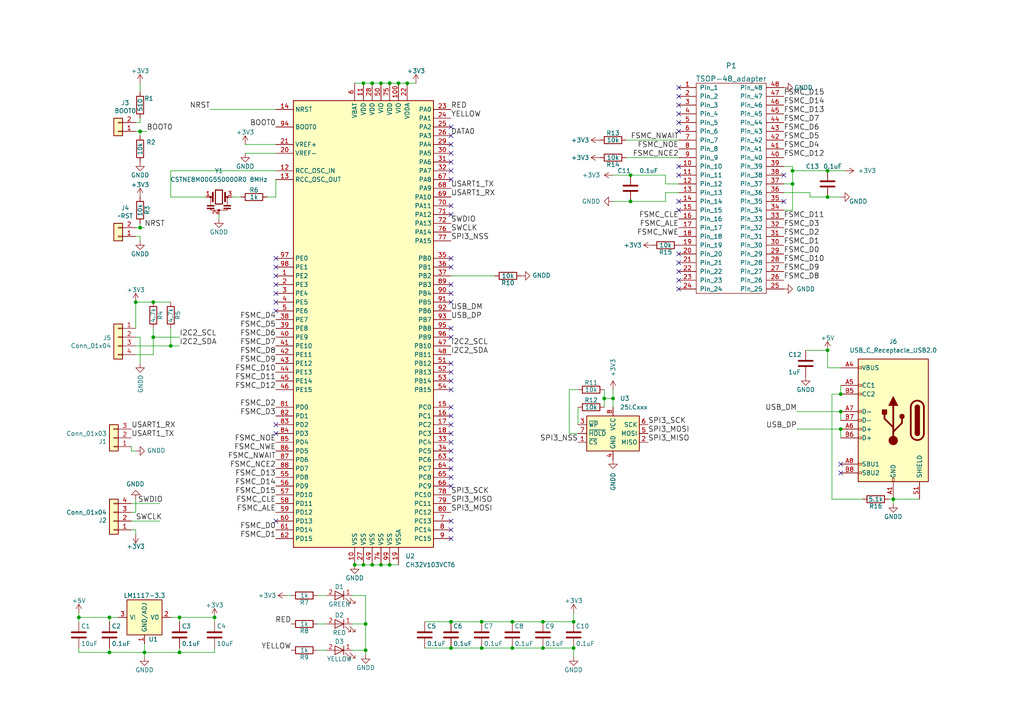
<source format=kicad_sch>
(kicad_sch (version 20211123) (generator eeschema)
  (paper "A4")
  (title_block (title "NANDO") (rev "v3.4"))
  (lib_symbols
    (symbol "Device:Resonator" (pin_names (offset 1.016) hide)
      (property "Reference" "Y" (at 0 5.715 0))
      (property "Value" "Resonator" (at 0 3.81 0))
      (symbol "Resonator_1_1"
        (pin passive line (at -3.81 0 0) (length 1.27) (name "1") (number "1"))
        (pin passive line (at 0 -5.08 90) (length 1.27) (name "2") (number "2"))
        (pin passive line (at 3.81 0 180) (length 1.27) (name "3") (number "3"))
      )
    )
    (symbol "Library:USB_C_Receptacle_USB2.0" (pin_names (offset 1.016))
      (property "Reference" "J?" (at 2.7178 22.0218 0))
      (property "Value" "USB_C_Receptacle_USB2.0" (at 2.7178 19.7104 0))
      (symbol "USB_C_Receptacle_USB2.0_1_1"
        (pin passive line (at 0 -22.86 90) (length 5.08) (name "GND") (number "A1"))
        (pin passive line (at 0 -22.86 90) (length 5.08) hide (name "GND") (number "A12"))
        (pin passive line (at 15.24 15.24 180) (length 5.08) (name "VBUS") (number "A4"))
        (pin bidirectional line (at 15.24 10.16 180) (length 5.08) (name "CC1") (number "A5"))
        (pin bidirectional line (at 15.24 -2.54 180) (length 5.08) (name "D+") (number "A6"))
        (pin bidirectional line (at 15.24 2.54 180) (length 5.08) (name "D-") (number "A7"))
        (pin bidirectional line (at 15.24 -12.7 180) (length 5.08) (name "SBU1") (number "A8"))
        (pin passive line (at 15.24 15.24 180) (length 5.08) hide (name "VBUS") (number "A9"))
        (pin passive line (at 0 -22.86 90) (length 5.08) hide (name "GND") (number "B1"))
        (pin passive line (at 0 -22.86 90) (length 5.08) hide (name "GND") (number "B12"))
        (pin passive line (at 15.24 15.24 180) (length 5.08) hide (name "VBUS") (number "B4"))
        (pin bidirectional line (at 15.24 7.62 180) (length 5.08) (name "CC2") (number "B5"))
        (pin bidirectional line (at 15.24 -5.08 180) (length 5.08) (name "D+") (number "B6"))
        (pin bidirectional line (at 15.24 0 180) (length 5.08) (name "D-") (number "B7"))
        (pin bidirectional line (at 15.24 -15.24 180) (length 5.08) (name "SBU2") (number "B8"))
        (pin passive line (at 15.24 15.24 180) (length 5.08) hide (name "VBUS") (number "B9"))
        (pin passive line (at -7.62 -22.86 90) (length 5.08) (name "SHIELD") (number "S1"))
      )
    )
    (symbol "MCU_ST_STM32F1:STM32F103VCTx"
      (property "Reference" "U?" (at 12.1794 -68.58 0))
      (property "Value" "CH32V103VCT6" (at 12.1794 -71.12 0))
      (symbol "STM32F103VCTx_1_1"
        (pin bidirectional line (at -25.4 12.7 0) (length 5.08) (name "PE2") (number "1"))
        (pin power_in line (at -2.54 -71.12 90) (length 5.08) (name "VSS") (number "10"))
        (pin power_in line (at 10.16 68.58 270) (length 5.08) (name "VIO") (number "100"))
        (pin power_in line (at 0 68.58 270) (length 5.08) (name "VDD") (number "11"))
        (pin input line (at -25.4 43.18 0) (length 5.08) (name "RCC_OSC_IN") (number "12"))
        (pin input line (at -25.4 40.64 0) (length 5.08) (name "RCC_OSC_OUT") (number "13"))
        (pin input line (at -25.4 60.96 0) (length 5.08) (name "NRST") (number "14"))
        (pin bidirectional line (at 25.4 -25.4 180) (length 5.08) (name "PC0") (number "15"))
        (pin bidirectional line (at 25.4 -27.94 180) (length 5.08) (name "PC1") (number "16"))
        (pin bidirectional line (at 25.4 -30.48 180) (length 5.08) (name "PC2") (number "17"))
        (pin bidirectional line (at 25.4 -33.02 180) (length 5.08) (name "PC3") (number "18"))
        (pin power_in line (at 10.16 -71.12 90) (length 5.08) (name "VSSA") (number "19"))
        (pin bidirectional line (at -25.4 10.16 0) (length 5.08) (name "PE3") (number "2"))
        (pin power_in line (at -25.4 48.26 0) (length 5.08) (name "VREF-") (number "20"))
        (pin power_in line (at -25.4 50.8 0) (length 5.08) (name "VREF+") (number "21"))
        (pin power_in line (at 12.7 68.58 270) (length 5.08) (name "VDDA") (number "22"))
        (pin bidirectional line (at 25.4 60.96 180) (length 5.08) (name "PA0") (number "23"))
        (pin bidirectional line (at 25.4 58.42 180) (length 5.08) (name "PA1") (number "24"))
        (pin bidirectional line (at 25.4 55.88 180) (length 5.08) (name "PA2") (number "25"))
        (pin bidirectional line (at 25.4 53.34 180) (length 5.08) (name "PA3") (number "26"))
        (pin power_in line (at 0 -71.12 90) (length 5.08) (name "VSS") (number "27"))
        (pin power_in line (at 2.54 68.58 270) (length 5.08) (name "VDD") (number "28"))
        (pin bidirectional line (at 25.4 50.8 180) (length 5.08) (name "PA4") (number "29"))
        (pin bidirectional line (at -25.4 7.62 0) (length 5.08) (name "PE4") (number "3"))
        (pin bidirectional line (at 25.4 48.26 180) (length 5.08) (name "PA5") (number "30"))
        (pin bidirectional line (at 25.4 45.72 180) (length 5.08) (name "PA6") (number "31"))
        (pin bidirectional line (at 25.4 43.18 180) (length 5.08) (name "PA7") (number "32"))
        (pin bidirectional line (at 25.4 -35.56 180) (length 5.08) (name "PC4") (number "33"))
        (pin bidirectional line (at 25.4 -38.1 180) (length 5.08) (name "PC5") (number "34"))
        (pin bidirectional line (at 25.4 17.78 180) (length 5.08) (name "PB0") (number "35"))
        (pin bidirectional line (at 25.4 15.24 180) (length 5.08) (name "PB1") (number "36"))
        (pin bidirectional line (at 25.4 12.7 180) (length 5.08) (name "PB2") (number "37"))
        (pin bidirectional line (at -25.4 0 0) (length 5.08) (name "PE7") (number "38"))
        (pin bidirectional line (at -25.4 -2.54 0) (length 5.08) (name "PE8") (number "39"))
        (pin bidirectional line (at -25.4 5.08 0) (length 5.08) (name "PE5") (number "4"))
        (pin bidirectional line (at -25.4 -5.08 0) (length 5.08) (name "PE9") (number "40"))
        (pin bidirectional line (at -25.4 -7.62 0) (length 5.08) (name "PE10") (number "41"))
        (pin bidirectional line (at -25.4 -10.16 0) (length 5.08) (name "PE11") (number "42"))
        (pin bidirectional line (at -25.4 -12.7 0) (length 5.08) (name "PE12") (number "43"))
        (pin bidirectional line (at -25.4 -15.24 0) (length 5.08) (name "PE13") (number "44"))
        (pin bidirectional line (at -25.4 -17.78 0) (length 5.08) (name "PE14") (number "45"))
        (pin bidirectional line (at -25.4 -20.32 0) (length 5.08) (name "PE15") (number "46"))
        (pin bidirectional line (at 25.4 -7.62 180) (length 5.08) (name "PB10") (number "47"))
        (pin bidirectional line (at 25.4 -10.16 180) (length 5.08) (name "PB11") (number "48"))
        (pin power_in line (at 2.54 -71.12 90) (length 5.08) (name "VSS") (number "49"))
        (pin bidirectional line (at -25.4 2.54 0) (length 5.08) (name "PE6") (number "5"))
        (pin power_in line (at 5.08 68.58 270) (length 5.08) (name "VIO") (number "50"))
        (pin bidirectional line (at 25.4 -12.7 180) (length 5.08) (name "PB12") (number "51"))
        (pin bidirectional line (at 25.4 -15.24 180) (length 5.08) (name "PB13") (number "52"))
        (pin bidirectional line (at 25.4 -17.78 180) (length 5.08) (name "PB14") (number "53"))
        (pin bidirectional line (at 25.4 -20.32 180) (length 5.08) (name "PB15") (number "54"))
        (pin bidirectional line (at -25.4 -45.72 0) (length 5.08) (name "PD8") (number "55"))
        (pin bidirectional line (at -25.4 -48.26 0) (length 5.08) (name "PD9") (number "56"))
        (pin bidirectional line (at -25.4 -50.8 0) (length 5.08) (name "PD10") (number "57"))
        (pin bidirectional line (at -25.4 -53.34 0) (length 5.08) (name "PD11") (number "58"))
        (pin bidirectional line (at -25.4 -55.88 0) (length 5.08) (name "PD12") (number "59"))
        (pin power_in line (at -2.54 68.58 270) (length 5.08) (name "VBAT") (number "6"))
        (pin bidirectional line (at -25.4 -58.42 0) (length 5.08) (name "PD13") (number "60"))
        (pin bidirectional line (at -25.4 -60.96 0) (length 5.08) (name "PD14") (number "61"))
        (pin bidirectional line (at -25.4 -63.5 0) (length 5.08) (name "PD15") (number "62"))
        (pin bidirectional line (at 25.4 -40.64 180) (length 5.08) (name "PC6") (number "63"))
        (pin bidirectional line (at 25.4 -43.18 180) (length 5.08) (name "PC7") (number "64"))
        (pin bidirectional line (at 25.4 -45.72 180) (length 5.08) (name "PC8") (number "65"))
        (pin bidirectional line (at 25.4 -48.26 180) (length 5.08) (name "PC9") (number "66"))
        (pin bidirectional line (at 25.4 40.64 180) (length 5.08) (name "PA8") (number "67"))
        (pin bidirectional line (at 25.4 38.1 180) (length 5.08) (name "PA9") (number "68"))
        (pin bidirectional line (at 25.4 35.56 180) (length 5.08) (name "PA10") (number "69"))
        (pin bidirectional line (at 25.4 -58.42 180) (length 5.08) (name "PC13") (number "7"))
        (pin bidirectional line (at 25.4 33.02 180) (length 5.08) (name "PA11") (number "70"))
        (pin bidirectional line (at 25.4 30.48 180) (length 5.08) (name "PA12") (number "71"))
        (pin bidirectional line (at 25.4 27.94 180) (length 5.08) (name "PA13") (number "72"))
        (pin no_connect line (at -20.32 -63.5 0) (length 5.08) hide (name "NC") (number "73"))
        (pin power_in line (at 5.08 -71.12 90) (length 5.08) (name "VSS") (number "74"))
        (pin power_in line (at 7.62 68.58 270) (length 5.08) (name "VDD") (number "75"))
        (pin bidirectional line (at 25.4 25.4 180) (length 5.08) (name "PA14") (number "76"))
        (pin bidirectional line (at 25.4 22.86 180) (length 5.08) (name "PA15") (number "77"))
        (pin bidirectional line (at 25.4 -50.8 180) (length 5.08) (name "PC10") (number "78"))
        (pin bidirectional line (at 25.4 -53.34 180) (length 5.08) (name "PC11") (number "79"))
        (pin bidirectional line (at 25.4 -60.96 180) (length 5.08) (name "PC14") (number "8"))
        (pin bidirectional line (at 25.4 -55.88 180) (length 5.08) (name "PC12") (number "80"))
        (pin bidirectional line (at -25.4 -25.4 0) (length 5.08) (name "PD0") (number "81"))
        (pin bidirectional line (at -25.4 -27.94 0) (length 5.08) (name "PD1") (number "82"))
        (pin bidirectional line (at -25.4 -30.48 0) (length 5.08) (name "PD2") (number "83"))
        (pin bidirectional line (at -25.4 -33.02 0) (length 5.08) (name "PD3") (number "84"))
        (pin bidirectional line (at -25.4 -35.56 0) (length 5.08) (name "PD4") (number "85"))
        (pin bidirectional line (at -25.4 -38.1 0) (length 5.08) (name "PD5") (number "86"))
        (pin bidirectional line (at -25.4 -40.64 0) (length 5.08) (name "PD6") (number "87"))
        (pin bidirectional line (at -25.4 -43.18 0) (length 5.08) (name "PD7") (number "88"))
        (pin bidirectional line (at 25.4 10.16 180) (length 5.08) (name "PB3") (number "89"))
        (pin bidirectional line (at 25.4 -63.5 180) (length 5.08) (name "PC15") (number "9"))
        (pin bidirectional line (at 25.4 7.62 180) (length 5.08) (name "PB4") (number "90"))
        (pin bidirectional line (at 25.4 5.08 180) (length 5.08) (name "PB5") (number "91"))
        (pin bidirectional line (at 25.4 2.54 180) (length 5.08) (name "PB6") (number "92"))
        (pin bidirectional line (at 25.4 0 180) (length 5.08) (name "PB7") (number "93"))
        (pin input line (at -25.4 55.88 0) (length 5.08) (name "BOOT0") (number "94"))
        (pin bidirectional line (at 25.4 -2.54 180) (length 5.08) (name "PB8") (number "95"))
        (pin bidirectional line (at 25.4 -5.08 180) (length 5.08) (name "PB9") (number "96"))
        (pin bidirectional line (at -25.4 17.78 0) (length 5.08) (name "PE0") (number "97"))
        (pin bidirectional line (at -25.4 15.24 0) (length 5.08) (name "PE1") (number "98"))
        (pin power_in line (at 7.62 -71.12 90) (length 5.08) (name "VSS") (number "99"))
      )
    )
    (symbol "Memory_EEPROM:25LCxxx"
      (property "Reference" "U" (at -7.62 6.35 0))
      (property "Value" "25LCxxx" (at 2.54 -6.35 0))
      (symbol "25LCxxx_1_1"
        (pin input line (at -10.16 -2.54 0) (length 2.54) (name "~{CS}") (number "1"))
        (pin tri_state line (at 10.16 -2.54 180) (length 2.54) (name "MISO") (number "2"))
        (pin input line (at -10.16 2.54 0) (length 2.54) (name "~{WP}") (number "3"))
        (pin power_in line (at 0 -7.62 90) (length 2.54) (name "GND") (number "4"))
        (pin input line (at 10.16 0 180) (length 2.54) (name "MOSI") (number "5"))
        (pin input line (at 10.16 2.54 180) (length 2.54) (name "SCK") (number "6"))
        (pin input line (at -10.16 0 0) (length 2.54) (name "~{HOLD}") (number "7"))
        (pin power_in line (at 0 7.62 270) (length 2.54) (name "VCC") (number "8"))
      )
    )
    (symbol "nand_programmator:+3.3V" (power) (pin_names (offset 0))
      (property "Value" "+3.3V" (at 0 3.556 0))
      (symbol "+3.3V_1_1"
        (pin power_in line (at 0 0 90) (length 0) hide (name "+3V3") (number "1"))
      )
    )
    (symbol "nand_programmator:+5V" (power) (pin_names (offset 0))
      (property "Value" "+5V" (at 0 3.556 0))
      (symbol "+5V_1_1"
        (pin power_in line (at 0 0 90) (length 0) hide (name "+5V") (number "1"))
      )
    )
    (symbol "nand_programmator:C" (pin_numbers hide) (pin_names (offset 0.254))
      (property "Reference" "C" (at 0.635 2.54 0))
      (property "Value" "C" (at 0.635 -2.54 0))
      (symbol "C_1_1"
        (pin passive line (at 0 3.81 270) (length 2.794) (name "~") (number "1"))
        (pin passive line (at 0 -3.81 90) (length 2.794) (name "~") (number "2"))
      )
    )
    (symbol "nand_programmator:Conn_01x02" (pin_names (offset 1.016) hide)
      (property "Reference" "J" (at 0 2.54 0))
      (property "Value" "Conn_01x02" (at 0 -5.08 0))
      (symbol "Conn_01x02_1_1"
        (pin passive line (at -5.08 0 0) (length 3.81) (name "Pin_1") (number "1"))
        (pin passive line (at -5.08 -2.54 0) (length 3.81) (name "Pin_2") (number "2"))
      )
    )
    (symbol "nand_programmator:Conn_01x03" (pin_names (offset 1.016) hide)
      (property "Reference" "J" (at 0 5.08 0))
      (property "Value" "Conn_01x03" (at 0 -5.08 0))
      (symbol "Conn_01x03_1_1"
        (pin passive line (at -5.08 2.54 0) (length 3.81) (name "Pin_1") (number "1"))
        (pin passive line (at -5.08 0 0) (length 3.81) (name "Pin_2") (number "2"))
        (pin passive line (at -5.08 -2.54 0) (length 3.81) (name "Pin_3") (number "3"))
      )
    )
    (symbol "nand_programmator:Conn_01x04" (pin_names (offset 1.016) hide)
      (property "Reference" "J" (at 0 5.08 0))
      (property "Value" "Conn_01x04" (at 0 -7.62 0))
      (symbol "Conn_01x04_1_1"
        (pin passive line (at -5.08 2.54 0) (length 3.81) (name "Pin_1") (number "1"))
        (pin passive line (at -5.08 0 0) (length 3.81) (name "Pin_2") (number "2"))
        (pin passive line (at -5.08 -2.54 0) (length 3.81) (name "Pin_3") (number "3"))
        (pin passive line (at -5.08 -5.08 0) (length 3.81) (name "Pin_4") (number "4"))
      )
    )
    (symbol "nand_programmator:GNDD" (power) (pin_names (offset 0))
      (property "Value" "GNDD" (at 0 -3.81 0))
      (symbol "GNDD_1_1"
        (pin power_in line (at 0 0 270) (length 0) hide (name "GNDD") (number "1"))
      )
    )
    (symbol "nand_programmator:LED" (pin_names (offset 1.016) hide)
      (property "Reference" "D" (at 0 2.54 0))
      (property "Value" "LED" (at 0 -2.54 0))
      (symbol "LED_1_1"
        (pin passive line (at -3.81 0 0) (length 2.54) (name "K") (number "1"))
        (pin passive line (at 3.81 0 180) (length 2.54) (name "A") (number "2"))
      )
    )
    (symbol "nand_programmator:LM1117-3.3" (pin_names (offset 0.762))
      (property "Reference" "U" (at 2.54 -6.35 0))
      (property "Value" "LM1117-3.3" (at 0 6.35 0))
      (symbol "LM1117-3.3_1_1"
        (pin power_in line (at 0 -7.62 90) (length 2.54) (name "GND/ADJ") (number "1"))
        (pin power_out line (at 7.62 0 180) (length 2.54) (name "VO") (number "2"))
        (pin power_in line (at -7.62 0 0) (length 2.54) (name "VI") (number "3"))
        (pin power_out line (at 7.62 0 180) (length 2.54) hide (name "VO") (number "4"))
      )
    )
    (symbol "nand_programmator:R" (pin_numbers hide) (pin_names (offset 0))
      (property "Reference" "R" (at 2.032 0 90))
      (property "Value" "R" (at 0 0 90))
      (symbol "R_1_1"
        (pin passive line (at 0 3.81 270) (length 1.27) (name "~") (number "1"))
        (pin passive line (at 0 -3.81 90) (length 1.27) (name "~") (number "2"))
      )
    )
    (symbol "nand_programmator:TSOP-48_adapter" (pin_names (offset 1.016))
      (property "Reference" "P" (at 0 -43.18 0))
      (property "Value" "TSOP-48_adapter" (at 0 21.59 0))
      (symbol "TSOP-48_adapter_1_1"
        (pin passive line (at -15.24 17.78 0) (length 5.08) (name "Pin_1") (number "1"))
        (pin passive line (at -15.24 -5.08 0) (length 5.08) (name "Pin_10") (number "10"))
        (pin passive line (at -15.24 -7.62 0) (length 5.08) (name "Pin_11") (number "11"))
        (pin passive line (at -15.24 -10.16 0) (length 5.08) (name "Pin_12") (number "12"))
        (pin passive line (at -15.24 -12.7 0) (length 5.08) (name "Pin_13") (number "13"))
        (pin passive line (at -15.24 -15.24 0) (length 5.08) (name "Pin_14") (number "14"))
        (pin passive line (at -15.24 -17.78 0) (length 5.08) (name "Pin_15") (number "15"))
        (pin passive line (at -15.24 -20.32 0) (length 5.08) (name "Pin_16") (number "16"))
        (pin passive line (at -15.24 -22.86 0) (length 5.08) (name "Pin_17") (number "17"))
        (pin passive line (at -15.24 -25.4 0) (length 5.08) (name "Pin_18") (number "18"))
        (pin passive line (at -15.24 -27.94 0) (length 5.08) (name "Pin_19") (number "19"))
        (pin passive line (at -15.24 15.24 0) (length 5.08) (name "Pin_2") (number "2"))
        (pin passive line (at -15.24 -30.48 0) (length 5.08) (name "Pin_20") (number "20"))
        (pin passive line (at -15.24 -33.02 0) (length 5.08) (name "Pin_21") (number "21"))
        (pin passive line (at -15.24 -35.56 0) (length 5.08) (name "Pin_22") (number "22"))
        (pin passive line (at -15.24 -38.1 0) (length 5.08) (name "Pin_23") (number "23"))
        (pin passive line (at -15.24 -40.64 0) (length 5.08) (name "Pin_24") (number "24"))
        (pin passive line (at 15.24 -40.64 180) (length 5.08) (name "Pin_25") (number "25"))
        (pin passive line (at 15.24 -38.1 180) (length 5.08) (name "Pin_26") (number "26"))
        (pin passive line (at 15.24 -35.56 180) (length 5.08) (name "Pin_27") (number "27"))
        (pin passive line (at 15.24 -33.02 180) (length 5.08) (name "Pin_28") (number "28"))
        (pin passive line (at 15.24 -30.48 180) (length 5.08) (name "Pin_29") (number "29"))
        (pin passive line (at -15.24 12.7 0) (length 5.08) (name "Pin_3") (number "3"))
        (pin passive line (at 15.24 -27.94 180) (length 5.08) (name "Pin_30") (number "30"))
        (pin passive line (at 15.24 -25.4 180) (length 5.08) (name "Pin_31") (number "31"))
        (pin passive line (at 15.24 -22.86 180) (length 5.08) (name "Pin_32") (number "32"))
        (pin passive line (at 15.24 -20.32 180) (length 5.08) (name "Pin_33") (number "33"))
        (pin passive line (at 15.24 -17.78 180) (length 5.08) (name "Pin_34") (number "34"))
        (pin passive line (at 15.24 -15.24 180) (length 5.08) (name "Pin_35") (number "35"))
        (pin passive line (at 15.24 -12.7 180) (length 5.08) (name "Pin_36") (number "36"))
        (pin passive line (at 15.24 -10.16 180) (length 5.08) (name "Pin_37") (number "37"))
        (pin passive line (at 15.24 -7.62 180) (length 5.08) (name "Pin_38") (number "38"))
        (pin passive line (at 15.24 -5.08 180) (length 5.08) (name "Pin_39") (number "39"))
        (pin passive line (at -15.24 10.16 0) (length 5.08) (name "Pin_4") (number "4"))
        (pin passive line (at 15.24 -2.54 180) (length 5.08) (name "Pin_40") (number "40"))
        (pin passive line (at 15.24 0 180) (length 5.08) (name "Pin_41") (number "41"))
        (pin passive line (at 15.24 2.54 180) (length 5.08) (name "Pin_42") (number "42"))
        (pin passive line (at 15.24 5.08 180) (length 5.08) (name "Pin_43") (number "43"))
        (pin passive line (at 15.24 7.62 180) (length 5.08) (name "Pin_44") (number "44"))
        (pin passive line (at 15.24 10.16 180) (length 5.08) (name "Pin_45") (number "45"))
        (pin passive line (at 15.24 12.7 180) (length 5.08) (name "Pin_46") (number "46"))
        (pin passive line (at 15.24 15.24 180) (length 5.08) (name "Pin_47") (number "47"))
        (pin passive line (at 15.24 17.78 180) (length 5.08) (name "Pin_48") (number "48"))
        (pin passive line (at -15.24 7.62 0) (length 5.08) (name "Pin_5") (number "5"))
        (pin passive line (at -15.24 5.08 0) (length 5.08) (name "Pin_6") (number "6"))
        (pin passive line (at -15.24 2.54 0) (length 5.08) (name "Pin_7") (number "7"))
        (pin passive line (at -15.24 0 0) (length 5.08) (name "Pin_8") (number "8"))
        (pin passive line (at -15.24 -2.54 0) (length 5.08) (name "Pin_9") (number "9"))
      )
    )
  )
  (junction (at 148.59 180.34))
  (junction (at 139.7 180.34))
  (junction (at 110.49 24.13))
  (junction (at 62.23 179.07))
  (junction (at 105.41 24.13))
  (junction (at 110.49 163.83))
  (junction (at 41.91 189.23))
  (junction (at 31.75 179.07))
  (junction (at 22.86 179.07))
  (junction (at 102.87 163.83))
  (junction (at 182.88 58.42))
  (junction (at 157.48 180.34))
  (junction (at 115.57 24.13))
  (junction (at 39.37 87.63))
  (junction (at 106.045 188.595))
  (junction (at 44.45 97.79))
  (junction (at 113.03 24.13))
  (junction (at 130.81 187.96))
  (junction (at 139.7 187.96))
  (junction (at 130.81 180.34))
  (junction (at 229.87 49.53))
  (junction (at 148.59 187.96))
  (junction (at 243.84 124.46))
  (junction (at 240.03 49.53))
  (junction (at 243.84 119.38))
  (junction (at 229.87 53.34))
  (junction (at 177.8 115.57))
  (junction (at 44.45 87.63))
  (junction (at 166.37 187.96))
  (junction (at 175.26 115.57))
  (junction (at 113.03 163.83))
  (junction (at 107.95 24.13))
  (junction (at 107.95 163.83))
  (junction (at 40.64 38.1))
  (junction (at 52.07 189.23))
  (junction (at 243.84 114.3))
  (junction (at 31.75 189.23))
  (junction (at 240.03 101.6))
  (junction (at 49.53 100.33))
  (junction (at 118.11 24.13))
  (junction (at 105.41 163.83))
  (junction (at 240.03 57.15))
  (junction (at 106.045 180.975))
  (junction (at 259.08 144.78))
  (junction (at 157.48 187.96))
  (junction (at 182.88 50.8))
  (junction (at 40.64 66.04))
  (junction (at 166.37 180.34))
  (junction (at 52.07 179.07))
  (no_connect (at 196.85 48.26))
  (no_connect (at 130.81 120.65))
  (no_connect (at 130.81 105.41))
  (no_connect (at 130.81 46.99))
  (no_connect (at 130.81 41.91))
  (no_connect (at 130.81 74.93))
  (no_connect (at 196.85 35.56))
  (no_connect (at 130.81 52.07))
  (no_connect (at 196.85 78.74))
  (no_connect (at 130.81 85.09))
  (no_connect (at 196.85 58.42))
  (no_connect (at 80.01 82.55))
  (no_connect (at 227.33 50.8))
  (no_connect (at 196.85 33.02))
  (no_connect (at 196.85 76.2))
  (no_connect (at 80.01 125.73))
  (no_connect (at 130.81 140.97))
  (no_connect (at 196.85 50.8))
  (no_connect (at 130.81 125.73))
  (no_connect (at 80.01 80.01))
  (no_connect (at 243.84 134.62))
  (no_connect (at 80.01 77.47))
  (no_connect (at 130.81 77.47))
  (no_connect (at 130.81 87.63))
  (no_connect (at 130.81 107.95))
  (no_connect (at 130.81 62.23))
  (no_connect (at 80.01 90.17))
  (no_connect (at 80.01 151.13))
  (no_connect (at 130.81 44.45))
  (no_connect (at 243.84 137.16))
  (no_connect (at 130.81 39.37))
  (no_connect (at 130.81 36.83))
  (no_connect (at 130.81 118.11))
  (no_connect (at 130.81 59.69))
  (no_connect (at 196.85 60.96))
  (no_connect (at 130.81 49.53))
  (no_connect (at 196.85 25.4))
  (no_connect (at 196.85 38.1))
  (no_connect (at 196.85 83.82))
  (no_connect (at 196.85 73.66))
  (no_connect (at 130.81 138.43))
  (no_connect (at 130.81 151.13))
  (no_connect (at 130.81 133.35))
  (no_connect (at 130.81 128.27))
  (no_connect (at 130.81 130.81))
  (no_connect (at 130.81 97.79))
  (no_connect (at 130.81 95.25))
  (no_connect (at 130.81 110.49))
  (no_connect (at 130.81 113.03))
  (no_connect (at 130.81 156.21))
  (no_connect (at 130.81 153.67))
  (no_connect (at 130.81 135.89))
  (no_connect (at 80.01 74.93))
  (no_connect (at 80.01 123.19))
  (no_connect (at 80.01 85.09))
  (no_connect (at 227.33 58.42))
  (no_connect (at 196.85 30.48))
  (no_connect (at 130.81 123.19))
  (no_connect (at 196.85 81.28))
  (no_connect (at 80.01 87.63))
  (no_connect (at 130.81 82.55))
  (no_connect (at 196.85 27.94))
  (wire (pts (xy 39.37 144.78) (xy 39.37 148.59)))
  (wire (pts (xy 182.88 50.8) (xy 177.8 50.8)))
  (wire (pts (xy 229.87 53.34) (xy 229.87 49.53)))
  (wire (pts (xy 83.185 172.72) (xy 84.455 172.72)))
  (wire (pts (xy 92.075 172.72) (xy 94.615 172.72)))
  (wire (pts (xy 106.045 188.595) (xy 106.045 189.865)))
  (wire (pts (xy 52.07 189.23) (xy 62.23 189.23)))
  (wire (pts (xy 40.64 34.29) (xy 40.64 35.56)))
  (wire (pts (xy 49.53 57.15) (xy 59.69 57.15)))
  (wire (pts (xy 40.64 66.04) (xy 40.64 64.77)))
  (wire (pts (xy 105.41 24.13) (xy 107.95 24.13)))
  (wire (pts (xy 39.37 87.63) (xy 39.37 95.25)))
  (wire (pts (xy 193.04 53.34) (xy 193.04 50.8)))
  (wire (pts (xy 130.81 80.01) (xy 143.51 80.01)))
  (wire (pts (xy 41.91 186.69) (xy 41.91 189.23)))
  (wire (pts (xy 181.61 45.72) (xy 196.85 45.72)))
  (wire (pts (xy 227.33 53.34) (xy 229.87 53.34)))
  (wire (pts (xy 175.26 115.57) (xy 177.8 115.57)))
  (wire (pts (xy 243.84 106.68) (xy 240.03 106.68)))
  (wire (pts (xy 63.5 62.23) (xy 63.5 63.5)))
  (wire (pts (xy 92.075 180.975) (xy 94.615 180.975)))
  (wire (pts (xy 40.64 35.56) (xy 39.37 35.56)))
  (wire (pts (xy 229.87 49.53) (xy 229.87 48.26)))
  (wire (pts (xy 39.37 153.67) (xy 38.1 153.67)))
  (wire (pts (xy 182.88 58.42) (xy 177.8 58.42)))
  (wire (pts (xy 139.7 180.34) (xy 148.59 180.34)))
  (wire (pts (xy 175.26 113.03) (xy 175.26 115.57)))
  (wire (pts (xy 106.045 172.72) (xy 106.045 180.975)))
  (wire (pts (xy 118.11 24.13) (xy 120.65 24.13)))
  (wire (pts (xy 175.26 115.57) (xy 175.26 118.11)))
  (wire (pts (xy 167.64 113.03) (xy 165.1 113.03)))
  (wire (pts (xy 49.53 179.07) (xy 52.07 179.07)))
  (wire (pts (xy 44.45 97.79) (xy 52.07 97.79)))
  (wire (pts (xy 41.91 189.23) (xy 52.07 189.23)))
  (wire (pts (xy 243.84 119.38) (xy 243.84 121.92)))
  (wire (pts (xy 49.53 100.33) (xy 52.07 100.33)))
  (wire (pts (xy 49.53 49.53) (xy 49.53 57.15)))
  (wire (pts (xy 39.37 38.1) (xy 40.64 38.1)))
  (wire (pts (xy 22.86 187.96) (xy 22.86 189.23)))
  (wire (pts (xy 102.87 163.83) (xy 105.41 163.83)))
  (wire (pts (xy 40.64 68.58) (xy 40.64 69.85)))
  (wire (pts (xy 259.08 144.78) (xy 266.7 144.78)))
  (wire (pts (xy 148.59 180.34) (xy 157.48 180.34)))
  (wire (pts (xy 52.07 180.34) (xy 52.07 179.07)))
  (wire (pts (xy 22.86 179.07) (xy 31.75 179.07)))
  (wire (pts (xy 71.12 44.45) (xy 80.01 44.45)))
  (wire (pts (xy 243.84 114.3) (xy 241.3 114.3)))
  (wire (pts (xy 229.87 48.26) (xy 227.33 48.26)))
  (wire (pts (xy 52.07 179.07) (xy 62.23 179.07)))
  (wire (pts (xy 177.8 113.03) (xy 177.8 115.57)))
  (wire (pts (xy 165.1 125.73) (xy 167.64 125.73)))
  (wire (pts (xy 241.3 144.78) (xy 250.19 144.78)))
  (wire (pts (xy 234.95 57.15) (xy 234.95 55.88)))
  (wire (pts (xy 38.1 130.81) (xy 38.1 129.54)))
  (wire (pts (xy 44.45 87.63) (xy 49.53 87.63)))
  (wire (pts (xy 40.64 97.79) (xy 40.64 105.41)))
  (wire (pts (xy 42.545 38.1) (xy 40.64 38.1)))
  (wire (pts (xy 257.81 144.78) (xy 259.08 144.78)))
  (wire (pts (xy 107.95 24.13) (xy 110.49 24.13)))
  (wire (pts (xy 110.49 163.83) (xy 113.03 163.83)))
  (wire (pts (xy 234.95 55.88) (xy 227.33 55.88)))
  (wire (pts (xy 243.84 119.38) (xy 231.14 119.38)))
  (wire (pts (xy 39.37 87.63) (xy 44.45 87.63)))
  (wire (pts (xy 44.45 95.25) (xy 44.45 97.79)))
  (wire (pts (xy 67.31 57.15) (xy 69.85 57.15)))
  (wire (pts (xy 39.37 100.33) (xy 49.53 100.33)))
  (wire (pts (xy 130.81 180.34) (xy 139.7 180.34)))
  (wire (pts (xy 105.41 163.83) (xy 107.95 163.83)))
  (wire (pts (xy 113.03 163.83) (xy 115.57 163.83)))
  (wire (pts (xy 80.01 49.53) (xy 49.53 49.53)))
  (wire (pts (xy 107.95 163.83) (xy 110.49 163.83)))
  (wire (pts (xy 39.37 68.58) (xy 40.64 68.58)))
  (wire (pts (xy 39.37 148.59) (xy 38.1 148.59)))
  (wire (pts (xy 110.49 24.13) (xy 113.03 24.13)))
  (wire (pts (xy 196.85 55.88) (xy 193.04 55.88)))
  (wire (pts (xy 233.68 101.6) (xy 240.03 101.6)))
  (wire (pts (xy 49.53 95.25) (xy 49.53 100.33)))
  (wire (pts (xy 157.48 180.34) (xy 166.37 180.34)))
  (wire (pts (xy 243.84 124.46) (xy 243.84 127)))
  (wire (pts (xy 240.03 101.6) (xy 240.03 106.68)))
  (wire (pts (xy 139.7 187.96) (xy 148.59 187.96)))
  (wire (pts (xy 62.23 179.07) (xy 62.23 180.34)))
  (wire (pts (xy 46.355 151.13) (xy 38.1 151.13)))
  (wire (pts (xy 166.37 187.96) (xy 166.37 190.5)))
  (wire (pts (xy 193.04 58.42) (xy 182.88 58.42)))
  (wire (pts (xy 148.59 187.96) (xy 157.48 187.96)))
  (wire (pts (xy 229.87 60.96) (xy 229.87 53.34)))
  (wire (pts (xy 165.1 113.03) (xy 165.1 125.73)))
  (wire (pts (xy 39.37 130.81) (xy 38.1 130.81)))
  (wire (pts (xy 102.235 180.975) (xy 106.045 180.975)))
  (wire (pts (xy 39.37 154.94) (xy 39.37 153.67)))
  (wire (pts (xy 31.75 187.96) (xy 31.75 189.23)))
  (wire (pts (xy 31.75 179.07) (xy 34.29 179.07)))
  (wire (pts (xy 245.11 49.53) (xy 240.03 49.53)))
  (wire (pts (xy 46.355 146.05) (xy 38.1 146.05)))
  (wire (pts (xy 231.14 124.46) (xy 243.84 124.46)))
  (wire (pts (xy 102.235 188.595) (xy 106.045 188.595)))
  (wire (pts (xy 31.75 189.23) (xy 41.91 189.23)))
  (wire (pts (xy 166.37 180.34) (xy 166.37 177.8)))
  (wire (pts (xy 41.91 66.04) (xy 40.64 66.04)))
  (wire (pts (xy 240.03 49.53) (xy 229.87 49.53)))
  (wire (pts (xy 259.08 144.78) (xy 259.08 146.05)))
  (wire (pts (xy 60.96 31.75) (xy 80.01 31.75)))
  (wire (pts (xy 240.03 57.15) (xy 234.95 57.15)))
  (wire (pts (xy 22.86 177.8) (xy 22.86 179.07)))
  (wire (pts (xy 130.81 187.96) (xy 139.7 187.96)))
  (wire (pts (xy 123.19 187.96) (xy 130.81 187.96)))
  (wire (pts (xy 39.37 97.79) (xy 40.64 97.79)))
  (wire (pts (xy 102.87 24.13) (xy 105.41 24.13)))
  (wire (pts (xy 92.075 188.595) (xy 94.615 188.595)))
  (wire (pts (xy 123.19 180.34) (xy 130.81 180.34)))
  (wire (pts (xy 227.33 60.96) (xy 229.87 60.96)))
  (wire (pts (xy 22.86 179.07) (xy 22.86 180.34)))
  (wire (pts (xy 77.47 57.15) (xy 80.01 57.15)))
  (wire (pts (xy 181.61 40.64) (xy 196.85 40.64)))
  (wire (pts (xy 102.235 172.72) (xy 106.045 172.72)))
  (wire (pts (xy 44.45 102.87) (xy 44.45 97.79)))
  (wire (pts (xy 243.84 111.76) (xy 243.84 114.3)))
  (wire (pts (xy 243.84 57.15) (xy 240.03 57.15)))
  (wire (pts (xy 22.86 189.23) (xy 31.75 189.23)))
  (wire (pts (xy 41.91 189.23) (xy 41.91 190.5)))
  (wire (pts (xy 167.64 118.11) (xy 167.64 123.19)))
  (wire (pts (xy 193.04 50.8) (xy 182.88 50.8)))
  (wire (pts (xy 196.85 53.34) (xy 193.04 53.34)))
  (wire (pts (xy 113.03 24.13) (xy 115.57 24.13)))
  (wire (pts (xy 193.04 55.88) (xy 193.04 58.42)))
  (wire (pts (xy 80.01 52.07) (xy 80.01 57.15)))
  (wire (pts (xy 39.37 102.87) (xy 44.45 102.87)))
  (wire (pts (xy 157.48 187.96) (xy 166.37 187.96)))
  (wire (pts (xy 31.75 179.07) (xy 31.75 180.34)))
  (wire (pts (xy 177.8 115.57) (xy 177.8 118.11)))
  (wire (pts (xy 39.37 66.04) (xy 40.64 66.04)))
  (wire (pts (xy 241.3 114.3) (xy 241.3 144.78)))
  (wire (pts (xy 71.12 41.91) (xy 80.01 41.91)))
  (wire (pts (xy 115.57 24.13) (xy 118.11 24.13)))
  (wire (pts (xy 40.64 24.13) (xy 40.64 26.67)))
  (wire (pts (xy 62.23 189.23) (xy 62.23 187.96)))
  (wire (pts (xy 106.045 180.975) (xy 106.045 188.595)))
  (wire (pts (xy 40.64 38.1) (xy 40.64 39.37)))
  (wire (pts (xy 52.07 189.23) (xy 52.07 187.96)))
  (label "FSMC_D12" (at 227.33 45.72 0) (effects (font (size 1.524 1.524))))
  (label "FSMC_D13" (at 80.01 138.43 180) (effects (font (size 1.524 1.524))))
  (label "FSMC_D13" (at 227.33 33.02 0) (effects (font (size 1.524 1.524))))
  (label "FSMC_ALE" (at 80.01 148.59 180) (effects (font (size 1.524 1.524))))
  (label "FSMC_D11" (at 80.01 110.49 180) (effects (font (size 1.524 1.524))))
  (label "USART1_TX" (at 38.1 127 0) (effects (font (size 1.524 1.524))))
  (label "FSMC_D15" (at 80.01 143.51 180) (effects (font (size 1.524 1.524))))
  (label "USART1_RX" (at 130.81 57.15 0) (effects (font (size 1.524 1.524))))
  (label "FSMC_D0" (at 227.33 73.66 0) (effects (font (size 1.524 1.524))))
  (label "FSMC_D3" (at 80.01 120.65 180) (effects (font (size 1.524 1.524))))
  (label "FSMC_D4" (at 227.33 43.18 0) (effects (font (size 1.524 1.524))))
  (label "USART1_TX" (at 130.81 54.61 0) (effects (font (size 1.524 1.524))))
  (label "FSMC_D10" (at 80.01 107.95 180) (effects (font (size 1.524 1.524))))
  (label "YELLOW" (at 130.81 34.29 0) (effects (font (size 1.524 1.524))))
  (label "FSMC_NWE" (at 80.01 130.81 180) (effects (font (size 1.524 1.524))))
  (label "FSMC_NWE" (at 196.85 68.58 180) (effects (font (size 1.524 1.524))))
  (label "FSMC_D8" (at 80.01 102.87 180) (effects (font (size 1.524 1.524))))
  (label "USB_DP" (at 231.14 124.46 180) (effects (font (size 1.524 1.524))))
  (label "YELLOW" (at 84.455 188.595 180) (effects (font (size 1.524 1.524))))
  (label "I2C2_SCL" (at 130.81 100.33 0) (effects (font (size 1.524 1.524))))
  (label "FSMC_D0" (at 80.01 153.67 180) (effects (font (size 1.524 1.524))))
  (label "FSMC_D15" (at 227.33 27.94 0) (effects (font (size 1.524 1.524))))
  (label "FSMC_NWAIT" (at 80.01 133.35 180) (effects (font (size 1.524 1.524))))
  (label "FSMC_NOE" (at 80.01 128.27 180) (effects (font (size 1.524 1.524))))
  (label "FSMC_D11" (at 227.33 63.5 0) (effects (font (size 1.524 1.524))))
  (label "FSMC_D10" (at 227.33 76.2 0) (effects (font (size 1.524 1.524))))
  (label "USART1_RX" (at 38.1 124.46 0) (effects (font (size 1.524 1.524))))
  (label "FSMC_D6" (at 227.33 38.1 0) (effects (font (size 1.524 1.524))))
  (label "SPI3_NSS" (at 130.81 69.85 0) (effects (font (size 1.524 1.524))))
  (label "FSMC_D1" (at 227.33 71.12 0) (effects (font (size 1.524 1.524))))
  (label "SPI3_MISO" (at 130.81 146.05 0) (effects (font (size 1.524 1.524))))
  (label "SWDIO" (at 40.005 146.05 0) (effects (font (size 1.524 1.524))))
  (label "USB_DP" (at 130.81 92.71 0) (effects (font (size 1.524 1.524))))
  (label "USB_DM" (at 130.81 90.17 0) (effects (font (size 1.524 1.524))))
  (label "FSMC_ALE" (at 196.85 66.04 180) (effects (font (size 1.524 1.524))))
  (label "FSMC_D14" (at 80.01 140.97 180) (effects (font (size 1.524 1.524))))
  (label "FSMC_NOE" (at 196.85 43.18 180) (effects (font (size 1.524 1.524))))
  (label "SPI3_MISO" (at 187.96 128.27 0) (effects (font (size 1.524 1.524))))
  (label "NRST" (at 60.96 31.75 180) (effects (font (size 1.524 1.524))))
  (label "FSMC_D2" (at 80.01 118.11 180) (effects (font (size 1.524 1.524))))
  (label "SPI3_MOSI" (at 130.81 148.59 0) (effects (font (size 1.524 1.524))))
  (label "FSMC_D14" (at 227.33 30.48 0) (effects (font (size 1.524 1.524))))
  (label "SPI3_SCK" (at 130.81 143.51 0) (effects (font (size 1.524 1.524))))
  (label "SWCLK" (at 39.37 151.13 0) (effects (font (size 1.524 1.524))))
  (label "BOOT0" (at 42.545 38.1 0) (effects (font (size 1.524 1.524))))
  (label "FSMC_D7" (at 227.33 35.56 0) (effects (font (size 1.524 1.524))))
  (label "FSMC_D4" (at 80.01 92.71 180) (effects (font (size 1.524 1.524))))
  (label "FSMC_D7" (at 80.01 100.33 180) (effects (font (size 1.524 1.524))))
  (label "NRST" (at 41.91 66.04 0) (effects (font (size 1.524 1.524))))
  (label "FSMC_NCE2" (at 80.01 135.89 180) (effects (font (size 1.524 1.524))))
  (label "FSMC_D5" (at 80.01 95.25 180) (effects (font (size 1.524 1.524))))
  (label "SPI3_MOSI" (at 187.96 125.73 0) (effects (font (size 1.524 1.524))))
  (label "FSMC_D9" (at 227.33 78.74 0) (effects (font (size 1.524 1.524))))
  (label "SWCLK" (at 130.81 67.31 0) (effects (font (size 1.524 1.524))))
  (label "RED" (at 84.455 180.975 180) (effects (font (size 1.524 1.524))))
  (label "FSMC_D8" (at 227.33 81.28 0) (effects (font (size 1.524 1.524))))
  (label "FSMC_D1" (at 80.01 156.21 180) (effects (font (size 1.524 1.524))))
  (label "I2C2_SDA" (at 52.07 100.33 0) (effects (font (size 1.524 1.524))))
  (label "USB_DM" (at 231.14 119.38 180) (effects (font (size 1.524 1.524))))
  (label "I2C2_SDA" (at 130.81 102.87 0) (effects (font (size 1.524 1.524))))
  (label "FSMC_D12" (at 80.01 113.03 180) (effects (font (size 1.524 1.524))))
  (label "SPI3_SCK" (at 187.96 123.19 0) (effects (font (size 1.524 1.524))))
  (label "BOOT0" (at 80.01 36.83 180) (effects (font (size 1.524 1.524))))
  (label "FSMC_D6" (at 80.01 97.79 180) (effects (font (size 1.524 1.524))))
  (label "FSMC_D9" (at 80.01 105.41 180) (effects (font (size 1.524 1.524))))
  (label "SWDIO" (at 130.81 64.77 0) (effects (font (size 1.524 1.524))))
  (label "RED" (at 130.81 31.75 0) (effects (font (size 1.524 1.524))))
  (label "FSMC_NCE2" (at 196.85 45.72 180) (effects (font (size 1.524 1.524))))
  (label "FSMC_NWAIT" (at 196.85 40.64 180) (effects (font (size 1.524 1.524))))
  (label "DATA0" (at 130.81 39.37 0) (effects (font (size 1.524 1.524))))
  (label "FSMC_CLE" (at 80.01 146.05 180) (effects (font (size 1.524 1.524))))
  (label "FSMC_D5" (at 227.33 40.64 0) (effects (font (size 1.524 1.524))))
  (label "FSMC_D3" (at 227.33 66.04 0) (effects (font (size 1.524 1.524))))
  (label "FSMC_CLE" (at 196.85 63.5 180) (effects (font (size 1.524 1.524))))
  (label "SPI3_NSS" (at 167.64 128.27 180) (effects (font (size 1.524 1.524))))
  (label "I2C2_SCL" (at 52.07 97.79 0) (effects (font (size 1.524 1.524))))
  (label "FSMC_D2" (at 227.33 68.58 0) (effects (font (size 1.524 1.524))))
  (symbol (lib_id "nand_programmator:LM1117-3.3") (at 41.91 179.07 0) (unit 1)
    (property "Reference" "U1" (at 44.45 185.42 0))
    (property "Value" "LM1117-3.3" (at 41.91 172.72 0))
    (property "Footprint" "Package_TO_SOT_SMD:SOT-223" (effects hide))
    (property "Farnell Ref" "3007498" (effects hide))
  )
  (symbol (lib_id "nand_programmator:+5V") (at 22.86 177.8 0) (unit 1)
    (property "Reference" "#PWR01" (effects hide))
    (property "Value" "+5V" (at 22.86 174.244 0))
  )
  (symbol (lib_id "nand_programmator:GNDD") (at 41.91 190.5 0) (unit 1)
    (property "Reference" "#PWR011" (effects hide))
    (property "Value" "GNDD" (at 41.91 194.31 0))
  )
  (symbol (lib_id "nand_programmator:C") (at 31.75 184.15 0) (unit 1)
    (property "Reference" "C2" (at 32.385 181.61 0) (effects (justify left)))
    (property "Value" "0.1uF" (at 32.385 186.69 0) (effects (justify left)))
    (property "Footprint" "Capacitor_SMD:C_0603_1608Metric_Pad1.08x0.95mm_HandSolder" (effects hide))
    (property "Farnell Ref" "2320839" (effects hide))
  )
  (symbol (lib_id "nand_programmator:+3.3V") (at 62.23 179.07 0) (unit 1)
    (property "Reference" "#PWR012" (effects hide))
    (property "Value" "+3.3V" (at 62.23 175.514 0))
  )
  (symbol (lib_id "nand_programmator:GNDD") (at 40.64 46.99 0) (unit 1)
    (property "Reference" "#PWR07" (effects hide))
    (property "Value" "GNDD" (at 40.64 50.8 0))
  )
  (symbol (lib_id "nand_programmator:+3.3V") (at 71.12 41.91 0) (unit 1)
    (property "Reference" "#PWR014" (effects hide))
    (property "Value" "+3.3V" (at 71.12 38.354 0))
  )
  (symbol (lib_id "nand_programmator:R") (at 40.64 60.96 0) (unit 1)
    (property "Reference" "R3" (at 42.672 60.96 90))
    (property "Value" "10k" (at 40.64 60.96 90))
    (property "Footprint" "Resistor_SMD:R_0603_1608Metric_Pad0.98x0.95mm_HandSolder" (effects hide))
    (property "Farnell Ref" "2447553" (effects hide))
  )
  (symbol (lib_id "nand_programmator:+3.3V") (at 40.64 57.15 0) (unit 1)
    (property "Reference" "#PWR08" (effects hide))
    (property "Value" "+3.3V" (at 40.64 53.594 0))
  )
  (symbol (lib_id "nand_programmator:LED") (at 98.425 172.72 0) (mirror y) (unit 1)
    (property "Reference" "D1" (at 98.425 170.18 0))
    (property "Value" "GREEN" (at 98.425 175.26 0))
    (property "Footprint" "LED_SMD:LED_0603_1608Metric_Pad1.05x0.95mm_HandSolder" (effects hide))
    (property "Farnell Ref" "2099239" (effects hide))
  )
  (symbol (lib_id "nand_programmator:+3.3V") (at 83.185 172.72 90) (unit 1)
    (property "Reference" "#PWR016" (effects hide))
    (property "Value" "+3.3V" (at 77.47 172.72 90))
  )
  (symbol (lib_id "nand_programmator:R") (at 88.265 172.72 270) (unit 1)
    (property "Reference" "R7" (at 88.265 174.752 90))
    (property "Value" "1k" (at 88.265 172.72 90))
    (property "Footprint" "Resistor_SMD:R_0603_1608Metric_Pad0.98x0.95mm_HandSolder" (effects hide))
    (property "Farnell Ref" "2447587" (effects hide))
  )
  (symbol (lib_id "nand_programmator:C") (at 123.19 184.15 0) (unit 1)
    (property "Reference" "C5" (at 123.825 181.61 0) (effects (justify left)))
    (property "Value" "0.1uF" (at 123.825 186.69 0) (effects (justify left)))
    (property "Footprint" "Capacitor_SMD:C_0603_1608Metric_Pad1.08x0.95mm_HandSolder" (effects hide))
    (property "Farnell Ref" "2320839" (effects hide))
  )
  (symbol (lib_id "nand_programmator:C") (at 52.07 184.15 0) (unit 1)
    (property "Reference" "C3" (at 52.705 181.61 0) (effects (justify left)))
    (property "Value" "0.1uF" (at 52.705 186.69 0) (effects (justify left)))
    (property "Footprint" "Capacitor_SMD:C_0603_1608Metric_Pad1.08x0.95mm_HandSolder" (effects hide))
    (property "Farnell Ref" "2320839" (effects hide))
  )
  (symbol (lib_id "nand_programmator:C") (at 22.86 184.15 0) (unit 1)
    (property "Reference" "C1" (at 23.495 181.61 0) (effects (justify left)))
    (property "Value" "10uF" (at 23.495 186.69 0) (effects (justify left)))
    (property "Footprint" "Capacitor_SMD:C_0805_2012Metric_Pad1.18x1.45mm_HandSolder" (effects hide))
    (property "Farnell Ref" "2112850" (effects hide))
  )
  (symbol (lib_id "nand_programmator:C") (at 62.23 184.15 0) (unit 1)
    (property "Reference" "C4" (at 62.865 181.61 0) (effects (justify left)))
    (property "Value" "10uF" (at 62.865 186.69 0) (effects (justify left)))
    (property "Footprint" "Capacitor_SMD:C_0805_2012Metric_Pad1.18x1.45mm_HandSolder" (effects hide))
    (property "Farnell Ref" "2112850" (effects hide))
  )
  (symbol (lib_id "nand_programmator:C") (at 240.03 53.34 0) (unit 1)
    (property "Reference" "C13" (at 233.68 48.26 0) (effects (justify left)))
    (property "Value" "0.1uF" (at 238.76 48.26 0) (effects (justify left)))
    (property "Footprint" "Capacitor_SMD:C_0603_1608Metric_Pad1.08x0.95mm_HandSolder" (effects hide))
    (property "Farnell Ref" "2320839" (effects hide))
  )
  (symbol (lib_id "nand_programmator:C") (at 130.81 184.15 0) (unit 1)
    (property "Reference" "C6" (at 131.445 181.61 0) (effects (justify left)))
    (property "Value" "0.1uF" (at 131.445 186.69 0) (effects (justify left)))
    (property "Footprint" "Capacitor_SMD:C_0603_1608Metric_Pad1.08x0.95mm_HandSolder" (effects hide))
    (property "Farnell Ref" "2320839" (effects hide))
  )
  (symbol (lib_id "nand_programmator:C") (at 139.7 184.15 0) (unit 1)
    (property "Reference" "C7" (at 140.335 181.61 0) (effects (justify left)))
    (property "Value" "0.1uF" (at 140.335 186.69 0) (effects (justify left)))
    (property "Footprint" "Capacitor_SMD:C_0603_1608Metric_Pad1.08x0.95mm_HandSolder" (effects hide))
    (property "Farnell Ref" "2320839" (effects hide))
  )
  (symbol (lib_id "nand_programmator:C") (at 148.59 184.15 0) (unit 1)
    (property "Reference" "C8" (at 149.225 181.61 0) (effects (justify left)))
    (property "Value" "0.1uF" (at 149.225 186.69 0) (effects (justify left)))
    (property "Footprint" "Capacitor_SMD:C_0603_1608Metric_Pad1.08x0.95mm_HandSolder" (effects hide))
    (property "Farnell Ref" "2320839" (effects hide))
  )
  (symbol (lib_id "nand_programmator:C") (at 157.48 184.15 0) (unit 1)
    (property "Reference" "C9" (at 158.115 181.61 0) (effects (justify left)))
    (property "Value" "0.1uF" (at 158.115 186.69 0) (effects (justify left)))
    (property "Footprint" "Capacitor_SMD:C_0603_1608Metric_Pad1.08x0.95mm_HandSolder" (effects hide))
    (property "Farnell Ref" "2320839" (effects hide))
  )
  (symbol (lib_id "nand_programmator:C") (at 166.37 184.15 0) (unit 1)
    (property "Reference" "C10" (at 167.005 181.61 0) (effects (justify left)))
    (property "Value" "0.1uF" (at 167.005 186.69 0) (effects (justify left)))
    (property "Footprint" "Capacitor_SMD:C_0603_1608Metric_Pad1.08x0.95mm_HandSolder" (effects hide))
    (property "Farnell Ref" "2320839" (effects hide))
  )
  (symbol (lib_id "nand_programmator:GNDD") (at 166.37 190.5 0) (unit 1)
    (property "Reference" "#PWR022" (effects hide))
    (property "Value" "GNDD" (at 166.37 194.31 0))
  )
  (symbol (lib_id "nand_programmator:+3.3V") (at 166.37 177.8 0) (unit 1)
    (property "Reference" "#PWR021" (effects hide))
    (property "Value" "+3.3V" (at 166.37 174.244 0))
  )
  (symbol (lib_id "nand_programmator:Conn_01x04") (at 33.02 151.13 180) (unit 1)
    (property "Reference" "J2" (at 30.988 150.9268 0) (effects (justify left)))
    (property "Value" "Conn_01x04" (at 30.988 148.6154 0) (effects (justify left)))
    (property "Footprint" "Connector_PinHeader_2.54mm:PinHeader_1x04_P2.54mm_Vertical" (effects hide))
    (property "Farnell Ref" "3049529" (effects hide))
  )
  (symbol (lib_id "nand_programmator:+3.3V") (at 39.37 154.94 180) (unit 1)
    (property "Reference" "#PWR05" (effects hide))
    (property "Value" "+3.3V" (at 39.37 158.496 0))
  )
  (symbol (lib_id "nand_programmator:GNDD") (at 39.37 144.78 180) (unit 1)
    (property "Reference" "#PWR04" (effects hide))
    (property "Value" "GNDD" (at 39.243 140.3858 0))
  )
  (symbol (lib_id "nand_programmator:Conn_01x03") (at 33.02 127 180) (unit 1)
    (property "Reference" "J1" (at 30.988 128.0668 0) (effects (justify left)))
    (property "Value" "Conn_01x03" (at 30.988 125.7554 0) (effects (justify left)))
    (property "Footprint" "Connector_PinHeader_2.54mm:PinHeader_1x03_P2.54mm_Vertical" (effects hide))
    (property "Farnell Ref" "3049527" (effects hide))
  )
  (symbol (lib_id "nand_programmator:GNDD") (at 39.37 130.81 90) (unit 1)
    (property "Reference" "#PWR03" (effects hide))
    (property "Value" "GNDD" (at 42.6212 130.683 90) (effects (justify right)))
  )
  (symbol (lib_id "nand_programmator:LED") (at 98.425 180.975 0) (mirror y) (unit 1)
    (property "Reference" "D2" (at 98.425 178.435 0))
    (property "Value" "RED" (at 98.425 183.515 0))
    (property "Footprint" "LED_SMD:LED_0603_1608Metric_Pad1.05x0.95mm_HandSolder" (effects hide))
    (property "Farnell Ref" "2099236" (effects hide))
  )
  (symbol (lib_id "nand_programmator:R") (at 88.265 180.975 270) (unit 1)
    (property "Reference" "R8" (at 88.265 183.007 90))
    (property "Value" "1k" (at 88.265 180.975 90))
    (property "Footprint" "Resistor_SMD:R_0603_1608Metric_Pad0.98x0.95mm_HandSolder" (effects hide))
    (property "Farnell Ref" "2447587" (effects hide))
  )
  (symbol (lib_id "nand_programmator:LED") (at 98.425 188.595 0) (mirror y) (unit 1)
    (property "Reference" "D3" (at 98.425 186.055 0))
    (property "Value" "YELLOW" (at 98.425 191.135 0))
    (property "Footprint" "LED_SMD:LED_0603_1608Metric_Pad1.05x0.95mm_HandSolder" (effects hide))
    (property "Farnell Ref" "2099243" (effects hide))
  )
  (symbol (lib_id "nand_programmator:R") (at 88.265 188.595 270) (unit 1)
    (property "Reference" "R9" (at 88.265 190.627 90))
    (property "Value" "1k" (at 88.265 188.595 90))
    (property "Footprint" "Resistor_SMD:R_0603_1608Metric_Pad0.98x0.95mm_HandSolder" (effects hide))
    (property "Farnell Ref" "2447587" (effects hide))
  )
  (symbol (lib_id "nand_programmator:GNDD") (at 106.045 189.865 0) (unit 1)
    (property "Reference" "#PWR018" (effects hide))
    (property "Value" "GNDD" (at 106.045 193.675 0))
  )
  (symbol (lib_id "nand_programmator:R") (at 40.64 30.48 0) (unit 1)
    (property "Reference" "R1" (at 43.18 28.575 0))
    (property "Value" "510" (at 40.64 30.48 90))
    (property "Footprint" "Resistor_SMD:R_0603_1608Metric_Pad0.98x0.95mm_HandSolder" (effects hide))
    (property "Farnell Ref" "2447679" (effects hide))
  )
  (symbol (lib_id "nand_programmator:+3.3V") (at 40.64 24.13 0) (unit 1)
    (property "Reference" "#PWR06" (effects hide))
    (property "Value" "+3.3V" (at 40.64 20.574 0))
  )
  (symbol (lib_id "nand_programmator:R") (at 40.64 43.18 0) (mirror x) (unit 1)
    (property "Reference" "R2" (at 43.815 41.275 0))
    (property "Value" "10k" (at 40.64 43.18 90))
    (property "Footprint" "Resistor_SMD:R_0603_1608Metric_Pad0.98x0.95mm_HandSolder" (effects hide))
    (property "Farnell Ref" "2447553" (effects hide))
  )
  (symbol (lib_id "nand_programmator:Conn_01x02") (at 34.29 38.1 180) (unit 1)
    (property "Reference" "J3" (at 36.322 29.845 0))
    (property "Value" "BOOT0" (at 36.322 32.1564 0))
    (property "Footprint" "Jumper:SolderJumper-2_P1.3mm_Open_RoundedPad1.0x1.5mm" (effects hide))
  )
  (symbol (lib_id "nand_programmator:Conn_01x02") (at 34.29 68.58 180) (unit 1)
    (property "Reference" "J4" (at 36.322 60.325 0))
    (property "Value" "~RST" (at 36.322 62.6364 0))
    (property "Footprint" "Jumper:SolderJumper-2_P1.3mm_Open_RoundedPad1.0x1.5mm" (effects hide))
  )
  (symbol (lib_id "nand_programmator:GNDD") (at 40.64 69.85 0) (unit 1)
    (property "Reference" "#PWR09" (effects hide))
    (property "Value" "GNDD" (at 40.64 73.66 0))
  )
  (symbol (lib_id "Device:Resonator") (at 63.5 57.15 0) (unit 1)
    (property "Reference" "Y1" (at 63.5 49.53 0))
    (property "Value" "CSTNE8M00G550000R0 8MHz" (at 63.5 52.07 0))
    (property "Footprint" "Crystal:Resonator_SMD_Murata_CSTxExxV-3Pin_3.0x1.1mm_HandSoldering" (effects hide))
  )
  (symbol (lib_id "nand_programmator:GNDD") (at 102.87 163.83 0) (unit 1)
    (property "Reference" "#PWR017" (effects hide))
    (property "Value" "GNDD" (at 102.87 167.64 0))
  )
  (symbol (lib_id "nand_programmator:+3.3V") (at 189.23 71.12 90) (unit 1)
    (property "Reference" "#PWR029" (effects hide))
    (property "Value" "+3.3V" (at 183.515 71.12 90))
  )
  (symbol (lib_id "MCU_ST_STM32F1:STM32F103VCTx") (at 105.41 92.71 0) (unit 1)
    (property "Reference" "U2" (at 117.5894 161.29 0) (effects (justify left)))
    (property "Value" "CH32V103VCT6" (at 117.5894 163.83 0) (effects (justify left)))
    (property "Footprint" "Package_QFP:LQFP-100_14x14mm_P0.5mm" (effects hide))
    (property "Datasheet" "http://www.st.com/st-web-ui/static/active/en/resource/technical/document/datasheet/CD00191185.pdf" (effects hide))
  )
  (symbol (lib_id "Library:USB_C_Receptacle_USB2.0") (at 259.08 121.92 0) (mirror y) (unit 1)
    (property "Reference" "J6" (at 259.08 99.06 0))
    (property "Value" "USB_C_Receptacle_USB2.0" (at 259.08 101.6 0))
    (property "Footprint" "Library:TYPE-C-31-M-12" (effects hide))
    (property "Datasheet" "https://www.usb.org/sites/default/files/documents/usb_type-c.zip" (effects hide))
    (property "MFGR" "Korean Hroparts Elec" (effects hide))
    (property "MPN" "TYPE-C-31-M-17" (effects hide))
  )
  (symbol (lib_id "nand_programmator:+5V") (at 240.03 101.6 0) (unit 1)
    (property "Reference" "#PWR033" (effects hide))
    (property "Value" "+5V" (at 240.03 98.044 0))
  )
  (symbol (lib_id "nand_programmator:Conn_01x04") (at 34.29 97.79 0) (mirror y) (unit 1)
    (property "Reference" "J5" (at 32.258 97.9932 0) (effects (justify left)))
    (property "Value" "Conn_01x04" (at 32.258 100.3046 0) (effects (justify left)))
    (property "Footprint" "Connector_PinHeader_2.54mm:PinHeader_1x04_P2.54mm_Vertical" (effects hide))
    (property "Farnell Ref" "3049529" (effects hide))
  )
  (symbol (lib_id "nand_programmator:+3.3V") (at 177.8 50.8 90) (unit 1)
    (property "Reference" "#PWR025" (effects hide))
    (property "Value" "+3.3V" (at 171.45 50.8 90))
  )
  (symbol (lib_id "nand_programmator:GNDD") (at 63.5 63.5 0) (unit 1)
    (property "Reference" "#PWR013" (effects hide))
    (property "Value" "GNDD" (at 63.5 67.31 0))
  )
  (symbol (lib_id "nand_programmator:+3.3V") (at 177.8 113.03 0) (unit 1)
    (property "Reference" "#PWR027" (effects hide))
    (property "Value" "+3.3V" (at 177.8 106.68 90))
  )
  (symbol (lib_id "nand_programmator:R") (at 147.32 80.01 270) (unit 1)
    (property "Reference" "R10" (at 147.32 82.042 90))
    (property "Value" "10k" (at 147.32 80.01 90))
    (property "Footprint" "Resistor_SMD:R_0603_1608Metric_Pad0.98x0.95mm_HandSolder" (effects hide))
    (property "Farnell Ref" "2447553" (effects hide))
  )
  (symbol (lib_id "nand_programmator:+3.3V") (at 39.37 87.63 0) (unit 1)
    (property "Reference" "#PWR02" (effects hide))
    (property "Value" "+3.3V" (at 39.37 84.074 0))
  )
  (symbol (lib_id "Memory_EEPROM:25LCxxx") (at 177.8 125.73 0) (unit 1)
    (property "Reference" "U3" (at 179.8194 115.57 0) (effects (justify left)))
    (property "Value" "25LCxxx" (at 179.8194 118.11 0) (effects (justify left)))
    (property "Footprint" "Package_DIP:DIP-8_W7.62mm_Socket" (effects hide))
    (property "Datasheet" "http://ww1.microchip.com/downloads/en/DeviceDoc/21832H.pdf" (effects hide))
  )
  (symbol (lib_id "nand_programmator:GNDD") (at 177.8 58.42 270) (unit 1)
    (property "Reference" "#PWR026" (effects hide))
    (property "Value" "GNDD" (at 171.45 58.42 90))
  )
  (symbol (lib_id "nand_programmator:GNDD") (at 243.84 57.15 90) (unit 1)
    (property "Reference" "#PWR034" (effects hide))
    (property "Value" "GNDD" (at 248.92 58.42 90))
  )
  (symbol (lib_id "nand_programmator:+3.3V") (at 245.11 49.53 270) (unit 1)
    (property "Reference" "#PWR035" (effects hide))
    (property "Value" "+3.3V" (at 251.46 49.53 90))
  )
  (symbol (lib_id "nand_programmator:GNDD") (at 151.13 80.01 90) (unit 1)
    (property "Reference" "#PWR020" (effects hide))
    (property "Value" "GNDD" (at 154.3812 79.883 90) (effects (justify right)))
  )
  (symbol (lib_id "nand_programmator:C") (at 182.88 54.61 0) (unit 1)
    (property "Reference" "C11" (at 179.07 49.53 0) (effects (justify left)))
    (property "Value" "0.1uF" (at 185.42 49.53 0) (effects (justify left)))
    (property "Footprint" "Capacitor_SMD:C_0603_1608Metric_Pad1.08x0.95mm_HandSolder" (effects hide))
    (property "Farnell Ref" "2320839" (effects hide))
  )
  (symbol (lib_id "nand_programmator:R") (at 171.45 118.11 90) (unit 1)
    (property "Reference" "R12" (at 171.45 116.078 90))
    (property "Value" "10k" (at 171.45 118.11 90))
    (property "Footprint" "Resistor_SMD:R_0603_1608Metric_Pad0.98x0.95mm_HandSolder" (effects hide))
    (property "Farnell Ref" "2447553" (effects hide))
  )
  (symbol (lib_id "nand_programmator:+3.3V") (at 173.99 45.72 90) (unit 1)
    (property "Reference" "#PWR024" (effects hide))
    (property "Value" "+3.3V" (at 168.275 45.72 90))
  )
  (symbol (lib_id "nand_programmator:R") (at 177.8 40.64 90) (unit 1)
    (property "Reference" "R13" (at 177.8 38.608 90))
    (property "Value" "10k" (at 177.8 40.64 90))
    (property "Footprint" "Resistor_SMD:R_0603_1608Metric_Pad0.98x0.95mm_HandSolder" (effects hide))
    (property "Farnell Ref" "2447553" (effects hide))
  )
  (symbol (lib_id "nand_programmator:GNDD") (at 227.33 25.4 90) (unit 1)
    (property "Reference" "#PWR030" (effects hide))
    (property "Value" "GNDD" (at 233.045 25.4 90))
  )
  (symbol (lib_id "nand_programmator:R") (at 73.66 57.15 90) (unit 1)
    (property "Reference" "R6" (at 73.66 55.118 90))
    (property "Value" "1k" (at 73.66 57.15 90))
    (property "Footprint" "Resistor_SMD:R_0603_1608Metric_Pad0.98x0.95mm_HandSolder" (effects hide))
    (property "Farnell Ref" "2447553" (effects hide))
  )
  (symbol (lib_id "nand_programmator:GNDD") (at 259.08 146.05 0) (mirror y) (unit 1)
    (property "Reference" "#PWR036" (effects hide))
    (property "Value" "GNDD" (at 259.08 149.86 0))
  )
  (symbol (lib_id "nand_programmator:+3.3V") (at 120.65 24.13 0) (unit 1)
    (property "Reference" "#PWR019" (effects hide))
    (property "Value" "+3.3V" (at 120.65 20.574 0))
  )
  (symbol (lib_id "nand_programmator:GNDD") (at 227.33 83.82 90) (unit 1)
    (property "Reference" "#PWR031" (effects hide))
    (property "Value" "GNDD" (at 233.68 83.82 90))
  )
  (symbol (lib_id "nand_programmator:R") (at 49.53 91.44 0) (unit 1)
    (property "Reference" "R5" (at 51.562 91.44 90))
    (property "Value" "4.7k" (at 49.53 91.44 90))
    (property "Footprint" "Resistor_SMD:R_0603_1608Metric_Pad0.98x0.95mm_HandSolder" (effects hide))
    (property "Farnell Ref" "2447553" (effects hide))
  )
  (symbol (lib_id "nand_programmator:R") (at 193.04 71.12 270) (unit 1)
    (property "Reference" "R15" (at 193.04 73.152 90))
    (property "Value" "10k" (at 193.04 71.12 90))
    (property "Footprint" "Resistor_SMD:R_0603_1608Metric_Pad0.98x0.95mm_HandSolder" (effects hide))
    (property "Farnell Ref" "2447553" (effects hide))
  )
  (symbol (lib_id "nand_programmator:TSOP-48_adapter") (at 212.09 43.18 0) (unit 1)
    (property "Reference" "P1" (at 212.09 19.05 0) (effects (font (size 1.524 1.524))))
    (property "Value" "TSOP-48_adapter" (at 212.09 22.86 0) (effects (font (size 1.524 1.524))))
    (property "Footprint" "Library:TSOP48ZIF" (effects hide))
  )
  (symbol (lib_id "nand_programmator:R") (at 177.8 45.72 270) (unit 1)
    (property "Reference" "R14" (at 177.8 47.752 90))
    (property "Value" "10k" (at 177.8 45.72 90))
    (property "Footprint" "Resistor_SMD:R_0603_1608Metric_Pad0.98x0.95mm_HandSolder" (effects hide))
    (property "Farnell Ref" "2447553" (effects hide))
  )
  (symbol (lib_id "nand_programmator:R") (at 171.45 113.03 90) (unit 1)
    (property "Reference" "R11" (at 171.45 110.998 90))
    (property "Value" "10k" (at 171.45 113.03 90))
    (property "Footprint" "Resistor_SMD:R_0603_1608Metric_Pad0.98x0.95mm_HandSolder" (effects hide))
    (property "Farnell Ref" "2447553" (effects hide))
  )
  (symbol (lib_id "nand_programmator:C") (at 233.68 105.41 0) (unit 1)
    (property "Reference" "C12" (at 228.6 102.87 0) (effects (justify left)))
    (property "Value" "1uF" (at 228.6 107.95 0) (effects (justify left)))
    (property "Footprint" "Capacitor_SMD:C_0603_1608Metric_Pad1.08x0.95mm_HandSolder" (effects hide))
    (property "Farnell Ref" "2320839" (effects hide))
  )
  (symbol (lib_id "nand_programmator:GNDD") (at 233.68 109.22 0) (mirror y) (unit 1)
    (property "Reference" "#PWR032" (effects hide))
    (property "Value" "GNDD" (at 233.68 113.03 0))
  )
  (symbol (lib_id "nand_programmator:+3.3V") (at 173.99 40.64 90) (unit 1)
    (property "Reference" "#PWR023" (effects hide))
    (property "Value" "+3.3V" (at 168.275 40.64 90))
  )
  (symbol (lib_id "nand_programmator:R") (at 44.45 91.44 0) (unit 1)
    (property "Reference" "R4" (at 46.482 91.44 90))
    (property "Value" "4.7k" (at 44.45 91.44 90))
    (property "Footprint" "Resistor_SMD:R_0603_1608Metric_Pad0.98x0.95mm_HandSolder" (effects hide))
    (property "Farnell Ref" "2447553" (effects hide))
  )
  (symbol (lib_id "nand_programmator:GNDD") (at 40.64 105.41 0) (unit 1)
    (property "Reference" "#PWR010" (effects hide))
    (property "Value" "GNDD" (at 40.767 108.6612 90) (effects (justify right)))
  )
  (symbol (lib_id "nand_programmator:GNDD") (at 177.8 133.35 0) (unit 1)
    (property "Reference" "#PWR028" (effects hide))
    (property "Value" "GNDD" (at 177.8 139.7 90))
  )
  (symbol (lib_id "nand_programmator:GNDD") (at 71.12 44.45 0) (unit 1)
    (property "Reference" "#PWR015" (effects hide))
    (property "Value" "GNDD" (at 71.12 48.26 0))
  )
  (symbol (lib_id "nand_programmator:R") (at 254 144.78 270) (unit 1)
    (property "Reference" "R16" (at 254 146.812 90))
    (property "Value" "5.1k" (at 254 144.78 90))
    (property "Footprint" "Resistor_SMD:R_0603_1608Metric_Pad0.98x0.95mm_HandSolder" (effects hide))
    (property "Farnell Ref" "2447587" (effects hide))
  )
)
</source>
